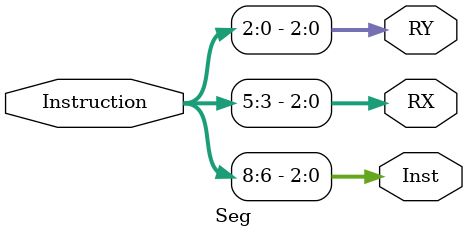
<source format=v>
`timescale 1ns / 1ps

module Seg(
    input [8:0] Instruction,
    output [2:0] Inst,
    output [2:0] RX,
    output [2:0] RY
    );

    assign Inst = Instruction[8:6];
    assign RX = Instruction[5:3];
    assign RY = Instruction[2:0];
endmodule

</source>
